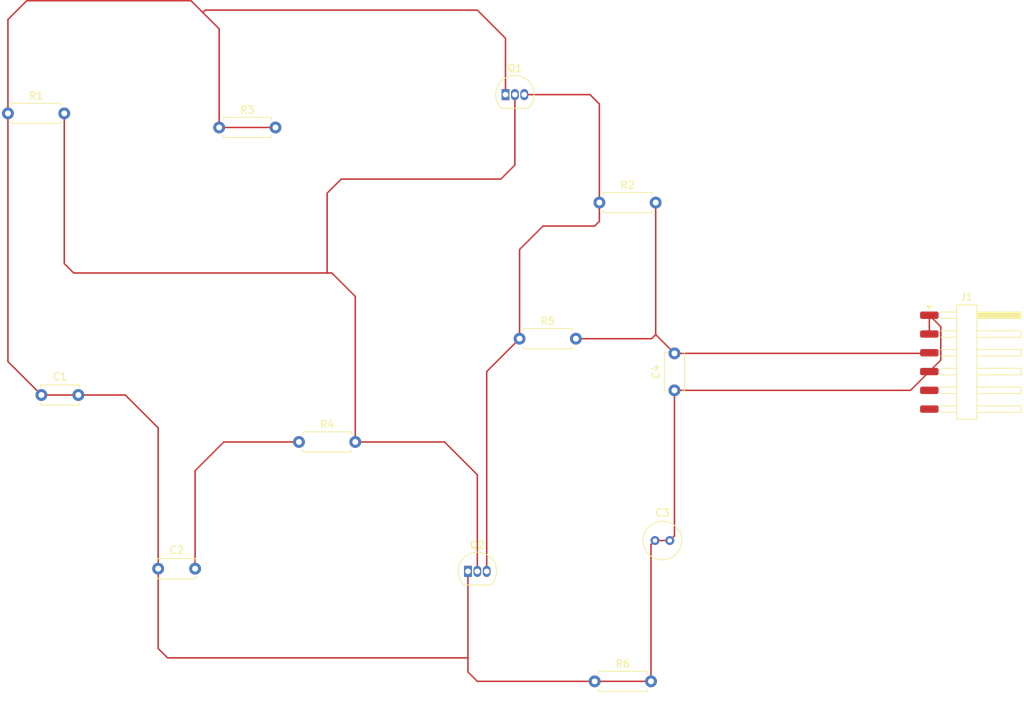
<source format=kicad_pcb>
(kicad_pcb (version 20241229) (generator "pcbnew") (generator_version "9.0")
  (layers (0 "F.Cu" signal) (2 "B.Cu" signal) (13 "F.Paste" user) (15 "B.Paste" user) (5 "F.SilkS" user "F.Silkscreen") (7 "B.SilkS" user "B.Silkscreen") (1 "F.Mask" user) (3 "B.Mask" user) (25 "Edge.Cuts" user))
  (net 0 "")
  (net 1 "VCC")
  (net 2 "Net-(C2-Pad2)")
  (net 3 "GNDREF")
  (net 6 "/BASE")
  (net 7 "/EMITTER")
  (footprint "Package_TO_SOT_THT:TO-92_Inline" (layer "F.Cu") (at 168.91 120.375)
    (property "Reference" "Q2" (at 1.27 -3.56 0) (layer "F.SilkS"))
    (property "Value" "NPN")
    (fp_line (start -0.53 1.85) (end 3.07 1.85) (stroke (width 0.12)) (layer "F.SilkS"))
    (fp_arc (start -0.568478 1.838478) (mid -1.132087 -0.994977) (end 1.27 -2.6) (stroke (width 0.12)) (layer "F.SilkS"))
    (fp_arc (start 1.27 -2.6) (mid 3.672087 -0.994977) (end 3.108478 1.838478) (stroke (width 0.12)) (layer "F.SilkS"))
    (pad "1" thru_hole rect (at 0 0) (size 1.05 1.5) (drill 0.75) (layers "*.Cu" "*.Mask") (net 1 "VCC"))
    (pad "2" thru_hole oval (at 1.27 0) (size 1.05 1.5) (drill 0.75) (layers "*.Cu" "*.Mask") (net 6 "/BASE"))
    (pad "3" thru_hole oval (at 2.54 0) (size 1.05 1.5) (drill 0.75) (layers "*.Cu" "*.Mask") (net 7 "/EMITTER"))
  )
  (footprint "Connector_Harwin:Harwin_M20-89006xx_1x06_P2.54mm_Horizontal" (layer "F.Cu") (at 236.855 92.075)
    (property "Reference" "J1" (at -0.48 -8.82 0) (layer "F.SilkS"))
    (property "Value" "Conn_01x06_Pin")
    (fp_line (start -3.955 -6.79) (end -1.845 -6.79) (stroke (width 0.12)) (layer "F.SilkS"))
    (fp_line (start -3.955 -5.91) (end -1.845 -5.91) (stroke (width 0.12)) (layer "F.SilkS"))
    (fp_line (start -3.955 -4.25) (end -1.845 -4.25) (stroke (width 0.12)) (layer "F.SilkS"))
    (fp_line (start -3.955 -3.37) (end -1.845 -3.37) (stroke (width 0.12)) (layer "F.SilkS"))
    (fp_line (start -3.955 -1.71) (end -1.845 -1.71) (stroke (width 0.12)) (layer "F.SilkS"))
    (fp_line (start -3.955 -0.83) (end -1.845 -0.83) (stroke (width 0.12)) (layer "F.SilkS"))
    (fp_line (start -3.955 0.83) (end -1.845 0.83) (stroke (width 0.12)) (layer "F.SilkS"))
    (fp_line (start -3.955 1.71) (end -1.845 1.71) (stroke (width 0.12)) (layer "F.SilkS"))
    (fp_line (start -3.955 3.37) (end -1.845 3.37) (stroke (width 0.12)) (layer "F.SilkS"))
    (fp_line (start -3.955 4.25) (end -1.845 4.25) (stroke (width 0.12)) (layer "F.SilkS"))
    (fp_line (start -3.955 5.91) (end -1.845 5.91) (stroke (width 0.12)) (layer "F.SilkS"))
    (fp_line (start -3.955 6.79) (end -1.845 6.79) (stroke (width 0.12)) (layer "F.SilkS"))
    (fp_line (start -1.845 -7.74) (end 0.895 -7.74) (stroke (width 0.12)) (layer "F.SilkS"))
    (fp_line (start -1.845 7.74) (end -1.845 -7.74) (stroke (width 0.12)) (layer "F.SilkS"))
    (fp_line (start 0.895 -7.74) (end 0.895 7.74) (stroke (width 0.12)) (layer "F.SilkS"))
    (fp_line (start 0.895 -4.25) (end 6.895 -4.25) (stroke (width 0.12)) (layer "F.SilkS"))
    (fp_line (start 0.895 -1.71) (end 6.895 -1.71) (stroke (width 0.12)) (layer "F.SilkS"))
    (fp_line (start 0.895 0.83) (end 6.895 0.83) (stroke (width 0.12)) (layer "F.SilkS"))
    (fp_line (start 0.895 3.37) (end 6.895 3.37) (stroke (width 0.12)) (layer "F.SilkS"))
    (fp_line (start 0.895 5.91) (end 6.895 5.91) (stroke (width 0.12)) (layer "F.SilkS"))
    (fp_line (start 0.895 7.74) (end -1.845 7.74) (stroke (width 0.12)) (layer "F.SilkS"))
    (fp_line (start 6.895 -4.25) (end 6.895 -3.37) (stroke (width 0.12)) (layer "F.SilkS"))
    (fp_line (start 6.895 -3.37) (end 0.895 -3.37) (stroke (width 0.12)) (layer "F.SilkS"))
    (fp_line (start 6.895 -1.71) (end 6.895 -0.83) (stroke (width 0.12)) (layer "F.SilkS"))
    (fp_line (start 6.895 -0.83) (end 0.895 -0.83) (stroke (width 0.12)) (layer "F.SilkS"))
    (fp_line (start 6.895 0.83) (end 6.895 1.71) (stroke (width 0.12)) (layer "F.SilkS"))
    (fp_line (start 6.895 1.71) (end 0.895 1.71) (stroke (width 0.12)) (layer "F.SilkS"))
    (fp_line (start 6.895 3.37) (end 6.895 4.25) (stroke (width 0.12)) (layer "F.SilkS"))
    (fp_line (start 6.895 4.25) (end 0.895 4.25) (stroke (width 0.12)) (layer "F.SilkS"))
    (fp_line (start 6.895 5.91) (end 6.895 6.79) (stroke (width 0.12)) (layer "F.SilkS"))
    (fp_line (start 6.895 6.79) (end 0.895 6.79) (stroke (width 0.12)) (layer "F.SilkS"))
    (fp_rect (start 0.895 -6.79) (end 6.895 -5.91) (stroke (width 0.12)) (fill yes) (layer "F.SilkS"))
    (fp_poly (pts (xy -5.525 -7.17) (xy -5.865 -7.64) (xy -5.185 -7.64)) (stroke (width 0.12)) (fill yes) (layer "F.SilkS"))
    (pad "1" smd roundrect (at -5.525 -6.35) (size 2.5 1) (layers "F.Cu" "F.Mask" "F.Paste") (net 1 "VCC"))
    (pad "2" smd roundrect (at -5.525 -3.81) (size 2.5 1) (layers "F.Cu" "F.Mask" "F.Paste") (net 1 "VCC"))
    (pad "3" smd roundrect (at -5.525 -1.27) (size 2.5 1) (layers "F.Cu" "F.Mask" "F.Paste") (net 3 "GNDREF"))
    (pad "4" smd roundrect (at -5.525 1.27) (size 2.5 1) (layers "F.Cu" "F.Mask" "F.Paste") (net 1 "VCC"))
    (pad "5" smd roundrect (at -5.525 3.81) (size 2.5 1) (layers "F.Cu" "F.Mask" "F.Paste"))
    (pad "6" smd roundrect (at -5.525 6.35) (size 2.5 1) (layers "F.Cu" "F.Mask" "F.Paste"))
  )
  (footprint "Resistor_THT:R_Axial_DIN0207_L6.3mm_D2.5mm_P7.62mm_Horizontal" (layer "F.Cu") (at 186.69 70.485)
    (property "Reference" "R2" (at 3.81 -2.37 0) (layer "F.SilkS"))
    (property "Value" "680")
    (fp_line (start 0.54 -1.37) (end 7.08 -1.37) (stroke (width 0.12)) (layer "F.SilkS"))
    (fp_line (start 0.54 -1.04) (end 0.54 -1.37) (stroke (width 0.12)) (layer "F.SilkS"))
    (fp_line (start 0.54 1.04) (end 0.54 1.37) (stroke (width 0.12)) (layer "F.SilkS"))
    (fp_line (start 0.54 1.37) (end 7.08 1.37) (stroke (width 0.12)) (layer "F.SilkS"))
    (fp_line (start 7.08 -1.37) (end 7.08 -1.04) (stroke (width 0.12)) (layer "F.SilkS"))
    (fp_line (start 7.08 1.37) (end 7.08 1.04) (stroke (width 0.12)) (layer "F.SilkS"))
    (pad "1" thru_hole circle (at 0 0) (size 1.6 1.6) (drill 0.8) (layers "*.Cu" "*.Mask") (net 7 "/EMITTER"))
    (pad "2" thru_hole circle (at 7.62 0) (size 1.6 1.6) (drill 0.8) (layers "*.Cu" "*.Mask") (net 3 "GNDREF"))
  )
  (footprint "Capacitor_THT:C_Disc_D5.0mm_W2.5mm_P5.00mm" (layer "F.Cu") (at 111.205 96.52)
    (property "Reference" "C1" (at 2.5 -2.5 0) (layer "F.SilkS"))
    (property "Value" "4.7uF")
    (fp_line (start -0.12 -1.37) (end 5.12 -1.37) (stroke (width 0.12)) (layer "F.SilkS"))
    (fp_line (start -0.12 -1.033) (end -0.12 -1.37) (stroke (width 0.12)) (layer "F.SilkS"))
    (fp_line (start -0.12 1.37) (end -0.12 1.033) (stroke (width 0.12)) (layer "F.SilkS"))
    (fp_line (start 5.12 -1.37) (end 5.12 -1.033) (stroke (width 0.12)) (layer "F.SilkS"))
    (fp_line (start 5.12 1.033) (end 5.12 1.37) (stroke (width 0.12)) (layer "F.SilkS"))
    (fp_line (start 5.12 1.37) (end -0.12 1.37) (stroke (width 0.12)) (layer "F.SilkS"))
    (pad "1" thru_hole circle (at 0 0) (size 1.6 1.6) (drill 0.8) (layers "*.Cu" "*.Mask") (net 1 "VCC"))
    (pad "2" thru_hole circle (at 5 0) (size 1.6 1.6) (drill 0.8) (layers "*.Cu" "*.Mask") (net 1 "VCC"))
  )
  (footprint "Capacitor_THT:C_Disc_D5.0mm_W2.5mm_P5.00mm" (layer "F.Cu") (at 127 120.015)
    (property "Reference" "C2" (at 2.5 -2.5 0) (layer "F.SilkS"))
    (property "Value" "4.7uF")
    (fp_line (start -0.12 -1.37) (end 5.12 -1.37) (stroke (width 0.12)) (layer "F.SilkS"))
    (fp_line (start -0.12 -1.033) (end -0.12 -1.37) (stroke (width 0.12)) (layer "F.SilkS"))
    (fp_line (start -0.12 1.37) (end -0.12 1.033) (stroke (width 0.12)) (layer "F.SilkS"))
    (fp_line (start 5.12 -1.37) (end 5.12 -1.033) (stroke (width 0.12)) (layer "F.SilkS"))
    (fp_line (start 5.12 1.033) (end 5.12 1.37) (stroke (width 0.12)) (layer "F.SilkS"))
    (fp_line (start 5.12 1.37) (end -0.12 1.37) (stroke (width 0.12)) (layer "F.SilkS"))
    (pad "1" thru_hole circle (at 0 0) (size 1.6 1.6) (drill 0.8) (layers "*.Cu" "*.Mask") (net 1 "VCC"))
    (pad "2" thru_hole circle (at 5 0) (size 1.6 1.6) (drill 0.8) (layers "*.Cu" "*.Mask") (net 2 "Net-(C2-Pad2)"))
  )
  (footprint "Resistor_THT:R_Axial_DIN0207_L6.3mm_D2.5mm_P7.62mm_Horizontal" (layer "F.Cu") (at 135.255 60.325)
    (property "Reference" "R3" (at 3.81 -2.37 0) (layer "F.SilkS"))
    (property "Value" "15k")
    (fp_line (start 0.54 -1.37) (end 7.08 -1.37) (stroke (width 0.12)) (layer "F.SilkS"))
    (fp_line (start 0.54 -1.04) (end 0.54 -1.37) (stroke (width 0.12)) (layer "F.SilkS"))
    (fp_line (start 0.54 1.04) (end 0.54 1.37) (stroke (width 0.12)) (layer "F.SilkS"))
    (fp_line (start 0.54 1.37) (end 7.08 1.37) (stroke (width 0.12)) (layer "F.SilkS"))
    (fp_line (start 7.08 -1.37) (end 7.08 -1.04) (stroke (width 0.12)) (layer "F.SilkS"))
    (fp_line (start 7.08 1.37) (end 7.08 1.04) (stroke (width 0.12)) (layer "F.SilkS"))
    (pad "1" thru_hole circle (at 0 0) (size 1.6 1.6) (drill 0.8) (layers "*.Cu" "*.Mask") (net 1 "VCC"))
    (pad "2" thru_hole circle (at 7.62 0) (size 1.6 1.6) (drill 0.8) (layers "*.Cu" "*.Mask") (net 1 "VCC"))
  )
  (footprint "Resistor_THT:R_Axial_DIN0207_L6.3mm_D2.5mm_P7.62mm_Horizontal" (layer "F.Cu") (at 146.05 102.87)
    (property "Reference" "R4" (at 3.81 -2.37 0) (layer "F.SilkS"))
    (property "Value" "2.2k")
    (fp_line (start 0.54 -1.37) (end 7.08 -1.37) (stroke (width 0.12)) (layer "F.SilkS"))
    (fp_line (start 0.54 -1.04) (end 0.54 -1.37) (stroke (width 0.12)) (layer "F.SilkS"))
    (fp_line (start 0.54 1.04) (end 0.54 1.37) (stroke (width 0.12)) (layer "F.SilkS"))
    (fp_line (start 0.54 1.37) (end 7.08 1.37) (stroke (width 0.12)) (layer "F.SilkS"))
    (fp_line (start 7.08 -1.37) (end 7.08 -1.04) (stroke (width 0.12)) (layer "F.SilkS"))
    (fp_line (start 7.08 1.37) (end 7.08 1.04) (stroke (width 0.12)) (layer "F.SilkS"))
    (pad "1" thru_hole circle (at 0 0) (size 1.6 1.6) (drill 0.8) (layers "*.Cu" "*.Mask") (net 2 "Net-(C2-Pad2)"))
    (pad "2" thru_hole circle (at 7.62 0) (size 1.6 1.6) (drill 0.8) (layers "*.Cu" "*.Mask") (net 6 "/BASE"))
  )
  (footprint "Resistor_THT:R_Axial_DIN0207_L6.3mm_D2.5mm_P7.62mm_Horizontal" (layer "F.Cu") (at 106.68 58.42)
    (property "Reference" "R1" (at 3.81 -2.37 0) (layer "F.SilkS"))
    (property "Value" "47k")
    (fp_line (start 0.54 -1.37) (end 7.08 -1.37) (stroke (width 0.12)) (layer "F.SilkS"))
    (fp_line (start 0.54 -1.04) (end 0.54 -1.37) (stroke (width 0.12)) (layer "F.SilkS"))
    (fp_line (start 0.54 1.04) (end 0.54 1.37) (stroke (width 0.12)) (layer "F.SilkS"))
    (fp_line (start 0.54 1.37) (end 7.08 1.37) (stroke (width 0.12)) (layer "F.SilkS"))
    (fp_line (start 7.08 -1.37) (end 7.08 -1.04) (stroke (width 0.12)) (layer "F.SilkS"))
    (fp_line (start 7.08 1.37) (end 7.08 1.04) (stroke (width 0.12)) (layer "F.SilkS"))
    (pad "1" thru_hole circle (at 0 0) (size 1.6 1.6) (drill 0.8) (layers "*.Cu" "*.Mask") (net 1 "VCC"))
    (pad "2" thru_hole circle (at 7.62 0) (size 1.6 1.6) (drill 0.8) (layers "*.Cu" "*.Mask") (net 6 "/BASE"))
  )
  (footprint "Resistor_THT:R_Axial_DIN0207_L6.3mm_D2.5mm_P7.62mm_Horizontal" (layer "F.Cu") (at 175.895 88.9)
    (property "Reference" "R5" (at 3.81 -2.37 0) (layer "F.SilkS"))
    (property "Value" "680")
    (fp_line (start 0.54 -1.37) (end 7.08 -1.37) (stroke (width 0.12)) (layer "F.SilkS"))
    (fp_line (start 0.54 -1.04) (end 0.54 -1.37) (stroke (width 0.12)) (layer "F.SilkS"))
    (fp_line (start 0.54 1.04) (end 0.54 1.37) (stroke (width 0.12)) (layer "F.SilkS"))
    (fp_line (start 0.54 1.37) (end 7.08 1.37) (stroke (width 0.12)) (layer "F.SilkS"))
    (fp_line (start 7.08 -1.37) (end 7.08 -1.04) (stroke (width 0.12)) (layer "F.SilkS"))
    (fp_line (start 7.08 1.37) (end 7.08 1.04) (stroke (width 0.12)) (layer "F.SilkS"))
    (pad "1" thru_hole circle (at 0 0) (size 1.6 1.6) (drill 0.8) (layers "*.Cu" "*.Mask") (net 7 "/EMITTER"))
    (pad "2" thru_hole circle (at 7.62 0) (size 1.6 1.6) (drill 0.8) (layers "*.Cu" "*.Mask") (net 3 "GNDREF"))
  )
  (footprint "Package_TO_SOT_THT:TO-92_Inline" (layer "F.Cu") (at 173.99 55.88)
    (property "Reference" "Q1" (at 1.27 -3.56 0) (layer "F.SilkS"))
    (property "Value" "NPN")
    (fp_line (start -0.53 1.85) (end 3.07 1.85) (stroke (width 0.12)) (layer "F.SilkS"))
    (fp_arc (start -0.568478 1.838478) (mid -1.132087 -0.994977) (end 1.27 -2.6) (stroke (width 0.12)) (layer "F.SilkS"))
    (fp_arc (start 1.27 -2.6) (mid 3.672087 -0.994977) (end 3.108478 1.838478) (stroke (width 0.12)) (layer "F.SilkS"))
    (pad "1" thru_hole rect (at 0 0) (size 1.05 1.5) (drill 0.75) (layers "*.Cu" "*.Mask") (net 1 "VCC"))
    (pad "2" thru_hole oval (at 1.27 0) (size 1.05 1.5) (drill 0.75) (layers "*.Cu" "*.Mask") (net 6 "/BASE"))
    (pad "3" thru_hole oval (at 2.54 0) (size 1.05 1.5) (drill 0.75) (layers "*.Cu" "*.Mask") (net 7 "/EMITTER"))
  )
  (footprint "Capacitor_THT:C_Radial_D5.0mm_H5.0mm_P2.00mm" (layer "F.Cu") (at 194.215 116.205)
    (property "Reference" "C3" (at 1 -3.75 0) (layer "F.SilkS"))
    (property "Value" "47uF")
    (fp_circle (center 1 0) (end 3.62 0) (stroke (width 0.12)) (fill no) (layer "F.SilkS"))
    (pad "1" thru_hole circle (at 0 0) (size 1.2 1.2) (drill 0.6) (layers "*.Cu" "*.Mask") (net 1 "VCC"))
    (pad "2" thru_hole circle (at 2 0) (size 1.2 1.2) (drill 0.6) (layers "*.Cu" "*.Mask") (net 1 "VCC"))
  )
  (footprint "Resistor_THT:R_Axial_DIN0207_L6.3mm_D2.5mm_P7.62mm_Horizontal" (layer "F.Cu") (at 186.055 135.255)
    (property "Reference" "R6" (at 3.81 -2.37 0) (layer "F.SilkS"))
    (property "Value" "2.2k")
    (fp_line (start 0.54 -1.37) (end 7.08 -1.37) (stroke (width 0.12)) (layer "F.SilkS"))
    (fp_line (start 0.54 -1.04) (end 0.54 -1.37) (stroke (width 0.12)) (layer "F.SilkS"))
    (fp_line (start 0.54 1.04) (end 0.54 1.37) (stroke (width 0.12)) (layer "F.SilkS"))
    (fp_line (start 0.54 1.37) (end 7.08 1.37) (stroke (width 0.12)) (layer "F.SilkS"))
    (fp_line (start 7.08 -1.37) (end 7.08 -1.04) (stroke (width 0.12)) (layer "F.SilkS"))
    (fp_line (start 7.08 1.37) (end 7.08 1.04) (stroke (width 0.12)) (layer "F.SilkS"))
    (pad "1" thru_hole circle (at 0 0) (size 1.6 1.6) (drill 0.8) (layers "*.Cu" "*.Mask") (net 1 "VCC"))
    (pad "2" thru_hole circle (at 7.62 0) (size 1.6 1.6) (drill 0.8) (layers "*.Cu" "*.Mask") (net 1 "VCC"))
  )
  (footprint "Capacitor_THT:C_Disc_D5.0mm_W2.5mm_P5.00mm" (layer "F.Cu") (at 196.85 95.885 90)
    (property "Reference" "C4" (at 2.5 -2.5 90) (layer "F.SilkS"))
    (property "Value" "100nF")
    (fp_line (start 5.12 -1.37) (end 5.12 -1.033) (stroke (width 0.12)) (layer "F.SilkS"))
    (fp_line (start -0.12 -1.37) (end 5.12 -1.37) (stroke (width 0.12)) (layer "F.SilkS"))
    (fp_line (start -0.12 -1.033) (end -0.12 -1.37) (stroke (width 0.12)) (layer "F.SilkS"))
    (fp_line (start 5.12 1.033) (end 5.12 1.37) (stroke (width 0.12)) (layer "F.SilkS"))
    (fp_line (start 5.12 1.37) (end -0.12 1.37) (stroke (width 0.12)) (layer "F.SilkS"))
    (fp_line (start -0.12 1.37) (end -0.12 1.033) (stroke (width 0.12)) (layer "F.SilkS"))
    (pad "1" thru_hole circle (at 0 0 90) (size 1.6 1.6) (drill 0.8) (layers "*.Cu" "*.Mask") (net 1 "VCC"))
    (pad "2" thru_hole circle (at 5 0 90) (size 1.6 1.6) (drill 0.8) (layers "*.Cu" "*.Mask") (net 3 "GNDREF"))
  )
  (segment (start 168.91 133.985) (end 168.91 132.08) (width 0.2) (layer "F.Cu") (net 1))
  (segment (start 232.881 91.794) (end 232.881 87.276) (width 0.2) (layer "F.Cu") (net 1))
  (segment (start 170.18 44.45) (end 133.35 44.45) (width 0.2) (layer "F.Cu") (net 1))
  (segment (start 228.79 95.885) (end 231.33 93.345) (width 0.2) (layer "F.Cu") (net 1))
  (segment (start 196.215 116.205) (end 194.215 116.205) (width 0.2) (layer "F.Cu") (net 1))
  (segment (start 128.27 132.08) (end 168.91 132.08) (width 0.2) (layer "F.Cu") (net 1))
  (segment (start 193.675 135.255) (end 193.675 116.745) (width 0.2) (layer "F.Cu") (net 1))
  (segment (start 186.055 135.255) (end 170.18 135.255) (width 0.2) (layer "F.Cu") (net 1))
  (segment (start 106.68 58.42) (end 106.68 45.72) (width 0.2) (layer "F.Cu") (net 1))
  (segment (start 193.675 116.745) (end 194.215 116.205) (width 0.2) (layer "F.Cu") (net 1))
  (segment (start 170.18 135.255) (end 168.91 133.985) (width 0.2) (layer "F.Cu") (net 1))
  (segment (start 109.22 43.18) (end 131.445 43.18) (width 0.2) (layer "F.Cu") (net 1))
  (segment (start 127 100.965) (end 127 120.015) (width 0.2) (layer "F.Cu") (net 1))
  (segment (start 168.91 132.08) (end 168.91 120.375) (width 0.2) (layer "F.Cu") (net 1))
  (segment (start 232.881 87.276) (end 231.33 85.725) (width 0.2) (layer "F.Cu") (net 1))
  (segment (start 193.675 135.255) (end 186.055 135.255) (width 0.2) (layer "F.Cu") (net 1))
  (segment (start 111.205 96.52) (end 116.205 96.52) (width 0.2) (layer "F.Cu") (net 1))
  (segment (start 122.555 96.52) (end 127 100.965) (width 0.2) (layer "F.Cu") (net 1))
  (segment (start 173.99 55.88) (end 173.99 48.26) (width 0.2) (layer "F.Cu") (net 1))
  (segment (start 231.33 88.265) (end 231.33 85.725) (width 0.2) (layer "F.Cu") (net 1))
  (segment (start 133.0325 44.7675) (end 135.255 46.99) (width 0.2) (layer "F.Cu") (net 1))
  (segment (start 116.205 96.52) (end 122.555 96.52) (width 0.2) (layer "F.Cu") (net 1))
  (segment (start 196.85 95.885) (end 196.85 115.57) (width 0.2) (layer "F.Cu") (net 1))
  (segment (start 196.85 95.885) (end 228.79 95.885) (width 0.2) (layer "F.Cu") (net 1))
  (segment (start 133.35 44.45) (end 133.0325 44.7675) (width 0.2) (layer "F.Cu") (net 1))
  (segment (start 196.85 115.57) (end 196.215 116.205) (width 0.2) (layer "F.Cu") (net 1))
  (segment (start 173.99 48.26) (end 170.18 44.45) (width 0.2) (layer "F.Cu") (net 1))
  (segment (start 106.68 91.995) (end 111.205 96.52) (width 0.2) (layer "F.Cu") (net 1))
  (segment (start 131.445 43.18) (end 133.0325 44.7675) (width 0.2) (layer "F.Cu") (net 1))
  (segment (start 127 120.015) (end 127 130.81) (width 0.2) (layer "F.Cu") (net 1))
  (segment (start 231.33 93.345) (end 232.881 91.794) (width 0.2) (layer "F.Cu") (net 1))
  (segment (start 127 130.81) (end 128.27 132.08) (width 0.2) (layer "F.Cu") (net 1))
  (segment (start 106.68 45.72) (end 109.22 43.18) (width 0.2) (layer "F.Cu") (net 1))
  (segment (start 142.875 60.325) (end 135.255 60.325) (width 0.2) (layer "F.Cu") (net 1))
  (segment (start 106.68 58.42) (end 106.68 91.995) (width 0.2) (layer "F.Cu") (net 1))
  (segment (start 135.255 46.99) (end 135.255 60.325) (width 0.2) (layer "F.Cu") (net 1))
  (segment (start 135.89 102.87) (end 146.05 102.87) (width 0.2) (layer "F.Cu") (net 2))
  (segment (start 132 120.015) (end 132 106.76) (width 0.2) (layer "F.Cu") (net 2))
  (segment (start 132 106.76) (end 135.89 102.87) (width 0.2) (layer "F.Cu") (net 2))
  (segment (start 193.755 88.9) (end 194.31 88.345) (width 0.2) (layer "F.Cu") (net 3))
  (segment (start 231.25 90.885) (end 231.33 90.805) (width 0.2) (layer "F.Cu") (net 3))
  (segment (start 183.515 88.9) (end 193.755 88.9) (width 0.2) (layer "F.Cu") (net 3))
  (segment (start 194.31 88.345) (end 196.85 90.885) (width 0.2) (layer "F.Cu") (net 3))
  (segment (start 194.31 70.485) (end 194.31 88.345) (width 0.2) (layer "F.Cu") (net 3))
  (segment (start 196.85 90.885) (end 231.25 90.885) (width 0.2) (layer "F.Cu") (net 3))
  (segment (start 149.86 69.215) (end 151.765 67.31) (width 0.2) (layer "F.Cu") (net 6))
  (segment (start 175.26 65.405) (end 175.26 55.88) (width 0.2) (layer "F.Cu") (net 6))
  (segment (start 114.3 78.74) (end 115.57 80.01) (width 0.2) (layer "F.Cu") (net 6))
  (segment (start 150.495 80.01) (end 153.67 83.185) (width 0.2) (layer "F.Cu") (net 6))
  (segment (start 170.18 107.315) (end 170.18 120.375) (width 0.2) (layer "F.Cu") (net 6))
  (segment (start 173.355 67.31) (end 175.26 65.405) (width 0.2) (layer "F.Cu") (net 6))
  (segment (start 153.67 83.185) (end 153.67 102.87) (width 0.2) (layer "F.Cu") (net 6))
  (segment (start 114.3 58.42) (end 114.3 78.74) (width 0.2) (layer "F.Cu") (net 6))
  (segment (start 153.67 102.87) (end 165.735 102.87) (width 0.2) (layer "F.Cu") (net 6))
  (segment (start 149.86 80.01) (end 150.495 80.01) (width 0.2) (layer "F.Cu") (net 6))
  (segment (start 149.86 80.01) (end 149.86 69.215) (width 0.2) (layer "F.Cu") (net 6))
  (segment (start 115.57 80.01) (end 149.86 80.01) (width 0.2) (layer "F.Cu") (net 6))
  (segment (start 151.765 67.31) (end 173.355 67.31) (width 0.2) (layer "F.Cu") (net 6))
  (segment (start 165.735 102.87) (end 170.18 107.315) (width 0.2) (layer "F.Cu") (net 6))
  (segment (start 175.895 88.9) (end 175.895 76.835) (width 0.2) (layer "F.Cu") (net 7))
  (segment (start 186.055 73.66) (end 186.69 73.025) (width 0.2) (layer "F.Cu") (net 7))
  (segment (start 186.69 70.485) (end 186.69 57.15) (width 0.2) (layer "F.Cu") (net 7))
  (segment (start 175.895 76.835) (end 179.07 73.66) (width 0.2) (layer "F.Cu") (net 7))
  (segment (start 171.45 93.345) (end 175.895 88.9) (width 0.2) (layer "F.Cu") (net 7))
  (segment (start 171.45 120.375) (end 171.45 93.345) (width 0.2) (layer "F.Cu") (net 7))
  (segment (start 179.07 73.66) (end 186.055 73.66) (width 0.2) (layer "F.Cu") (net 7))
  (segment (start 185.42 55.88) (end 176.53 55.88) (width 0.2) (layer "F.Cu") (net 7))
  (segment (start 186.69 73.025) (end 186.69 70.485) (width 0.2) (layer "F.Cu") (net 7))
  (segment (start 186.69 57.15) (end 185.42 55.88) (width 0.2) (layer "F.Cu") (net 7))
)
</source>
